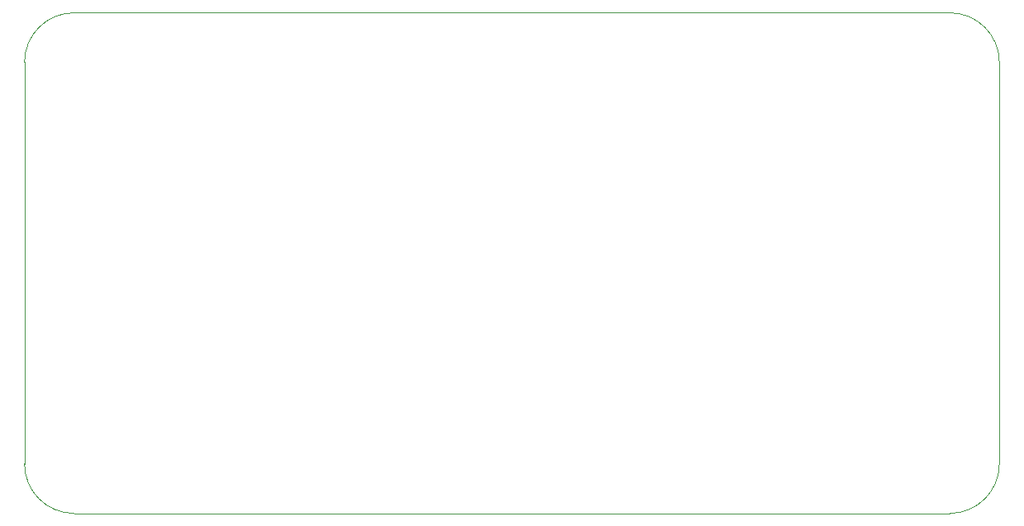
<source format=gbr>
G04 #@! TF.GenerationSoftware,KiCad,Pcbnew,(5.1.2-1)-1*
G04 #@! TF.CreationDate,2019-12-08T19:46:08-05:00*
G04 #@! TF.ProjectId,GR_AVR_Programmer,47525f41-5652-45f5-9072-6f6772616d6d,rev?*
G04 #@! TF.SameCoordinates,Original*
G04 #@! TF.FileFunction,Profile,NP*
%FSLAX46Y46*%
G04 Gerber Fmt 4.6, Leading zero omitted, Abs format (unit mm)*
G04 Created by KiCad (PCBNEW (5.1.2-1)-1) date 2019-12-08 19:46:08*
%MOMM*%
%LPD*%
G04 APERTURE LIST*
%ADD10C,0.025400*%
G04 APERTURE END LIST*
D10*
X93091000Y-96364000D02*
G75*
G02X88011000Y-91284000I0J5080000D01*
G01*
X187960000Y-91284000D02*
G75*
G02X182880000Y-96364000I-5080000J0D01*
G01*
X182880000Y-44958000D02*
G75*
G02X187960000Y-50038000I0J-5080000D01*
G01*
X88011000Y-50038000D02*
G75*
G02X93091000Y-44958000I5080000J0D01*
G01*
X88011000Y-91284000D02*
X88011000Y-50038000D01*
X182880000Y-96364000D02*
X93091000Y-96364000D01*
X187960000Y-50038000D02*
X187960000Y-91284000D01*
X93091000Y-44958000D02*
X182880000Y-44958000D01*
M02*

</source>
